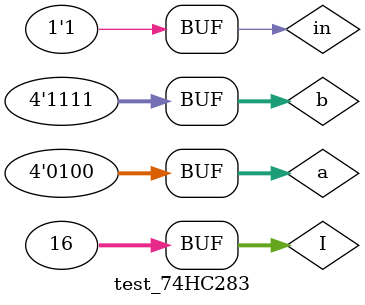
<source format=v>
`timescale 1ns/1ns;
module test_74HC283;
    reg[3:0]a,b;
    reg in;
    wire [3:0]sum;
    wire out;
    integer I;
W_74HC283 u1(a,b,in,sum,out);
    task accumulate;
    begin
        a=4'b0100;
        for(I=0;I<16;I=I+1)
        begin
            b=I;
            #5;
        end
    end
    endtask
    initial
        begin
            in=0;accumulate();
            in=1;accumulate();
    end
    initial $monitor("time=%t,a=%b,b=%b,in=%b,sum=%b,out=%b",$time,a,b,in,out,sum);
endmodule
</source>
